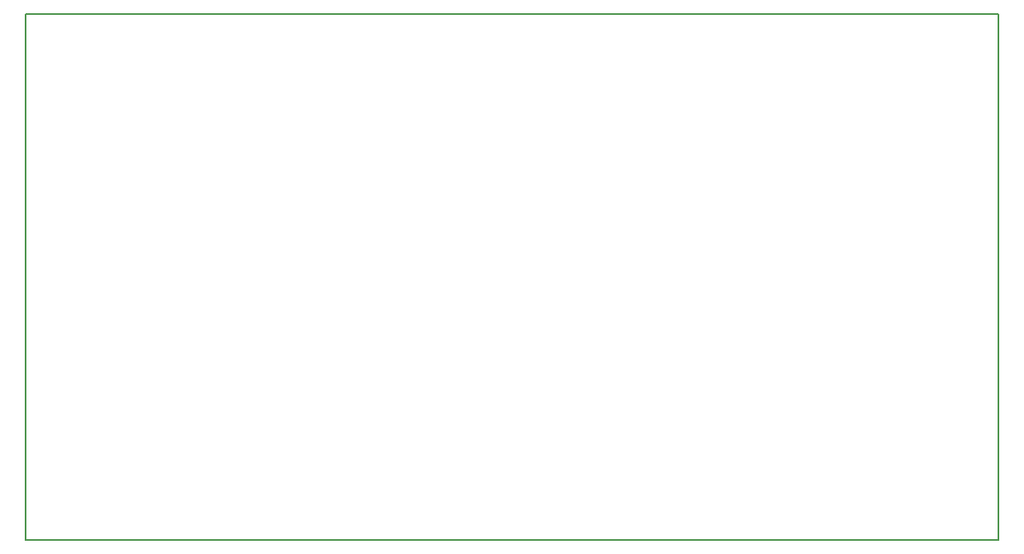
<source format=gm1>
G04 MADE WITH FRITZING*
G04 WWW.FRITZING.ORG*
G04 DOUBLE SIDED*
G04 HOLES PLATED*
G04 CONTOUR ON CENTER OF CONTOUR VECTOR*
%ASAXBY*%
%FSLAX23Y23*%
%MOIN*%
%OFA0B0*%
%SFA1.0B1.0*%
%ADD10R,3.937070X2.131190*%
%ADD11C,0.008000*%
%ADD10C,0.008*%
%LNCONTOUR*%
G90*
G70*
G54D10*
G54D11*
X4Y2127D02*
X3933Y2127D01*
X3933Y4D01*
X4Y4D01*
X4Y2127D01*
D02*
G04 End of contour*
M02*
</source>
